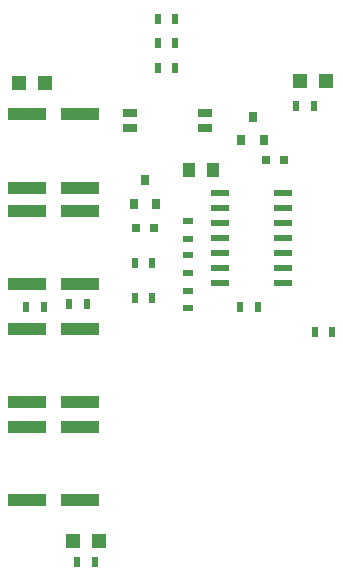
<source format=gbr>
G04 #@! TF.GenerationSoftware,KiCad,Pcbnew,5.1.5-52549c5~84~ubuntu18.04.1*
G04 #@! TF.CreationDate,2020-01-13T19:03:02+01:00*
G04 #@! TF.ProjectId,v4,76342e6b-6963-4616-945f-706362585858,rev?*
G04 #@! TF.SameCoordinates,Original*
G04 #@! TF.FileFunction,Paste,Top*
G04 #@! TF.FilePolarity,Positive*
%FSLAX46Y46*%
G04 Gerber Fmt 4.6, Leading zero omitted, Abs format (unit mm)*
G04 Created by KiCad (PCBNEW 5.1.5-52549c5~84~ubuntu18.04.1) date 2020-01-13 19:03:02*
%MOMM*%
%LPD*%
G04 APERTURE LIST*
%ADD10R,1.200000X1.200000*%
%ADD11R,1.000000X1.250000*%
%ADD12R,1.300000X0.800000*%
%ADD13R,0.500000X0.900000*%
%ADD14R,0.900000X0.500000*%
%ADD15R,0.800000X0.750000*%
%ADD16R,1.500000X0.600000*%
%ADD17R,0.800000X0.900000*%
%ADD18R,3.200000X1.000000*%
G04 APERTURE END LIST*
D10*
X111217600Y-93987600D03*
X109017600Y-93987600D03*
D11*
X118817600Y-62587600D03*
X120817600Y-62587600D03*
D10*
X106617600Y-55287600D03*
X104417600Y-55287600D03*
D12*
X113867600Y-57747600D03*
X113867600Y-59027600D03*
X120167600Y-59027600D03*
X120167600Y-57747600D03*
D10*
X130417600Y-55087600D03*
X128217600Y-55087600D03*
D13*
X110867600Y-95787600D03*
X109367600Y-95787600D03*
X130967600Y-76287600D03*
X129467600Y-76287600D03*
X108667600Y-73987600D03*
X110167600Y-73987600D03*
X105067600Y-74187600D03*
X106567600Y-74187600D03*
X129367600Y-57187600D03*
X127867600Y-57187600D03*
X116167600Y-51887600D03*
X117667600Y-51887600D03*
X116167600Y-49787600D03*
X117667600Y-49787600D03*
X114217600Y-70487600D03*
X115717600Y-70487600D03*
X114217600Y-73487600D03*
X115717600Y-73487600D03*
X116167600Y-53987600D03*
X117667600Y-53987600D03*
D14*
X118717600Y-69837600D03*
X118717600Y-71337600D03*
X118717600Y-74337600D03*
X118717600Y-72837600D03*
D13*
X123167600Y-74187600D03*
X124667600Y-74187600D03*
D14*
X118717600Y-66937600D03*
X118717600Y-68437600D03*
D15*
X115867600Y-67487600D03*
X114367600Y-67487600D03*
X126867600Y-61787600D03*
X125367600Y-61787600D03*
D16*
X121417600Y-64577600D03*
X121417600Y-65847600D03*
X121417600Y-67117600D03*
X121417600Y-68387600D03*
X121417600Y-69657600D03*
X121417600Y-70927600D03*
X121417600Y-72197600D03*
X126817600Y-72197600D03*
X126817600Y-70927600D03*
X126817600Y-69657600D03*
X126817600Y-68387600D03*
X126817600Y-67117600D03*
X126817600Y-65847600D03*
X126817600Y-64577600D03*
D17*
X123267600Y-60087600D03*
X125167600Y-60087600D03*
X124217600Y-58087600D03*
X114167600Y-65487600D03*
X116067600Y-65487600D03*
X115117600Y-63487600D03*
D18*
X109617600Y-72287600D03*
X109617600Y-66087600D03*
X109617600Y-76087600D03*
X109617600Y-82287600D03*
X105117600Y-72287600D03*
X105117600Y-66087600D03*
X105117600Y-76087600D03*
X105117600Y-82287600D03*
X105117600Y-64099200D03*
X105117600Y-57899200D03*
X105117600Y-84387600D03*
X105117600Y-90587600D03*
X109617600Y-57899200D03*
X109617600Y-64099200D03*
X109617600Y-90587600D03*
X109617600Y-84387600D03*
M02*

</source>
